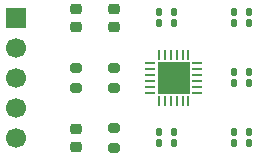
<source format=gbr>
G04 #@! TF.GenerationSoftware,KiCad,Pcbnew,9.0.2+dfsg-1*
G04 #@! TF.CreationDate,2025-06-12T17:09:33+08:00*
G04 #@! TF.ProjectId,i2c_led,6932635f-6c65-4642-9e6b-696361645f70,b*
G04 #@! TF.SameCoordinates,Original*
G04 #@! TF.FileFunction,Soldermask,Top*
G04 #@! TF.FilePolarity,Negative*
%FSLAX46Y46*%
G04 Gerber Fmt 4.6, Leading zero omitted, Abs format (unit mm)*
G04 Created by KiCad (PCBNEW 9.0.2+dfsg-1) date 2025-06-12 17:09:33*
%MOMM*%
%LPD*%
G01*
G04 APERTURE LIST*
G04 Aperture macros list*
%AMRoundRect*
0 Rectangle with rounded corners*
0 $1 Rounding radius*
0 $2 $3 $4 $5 $6 $7 $8 $9 X,Y pos of 4 corners*
0 Add a 4 corners polygon primitive as box body*
4,1,4,$2,$3,$4,$5,$6,$7,$8,$9,$2,$3,0*
0 Add four circle primitives for the rounded corners*
1,1,$1+$1,$2,$3*
1,1,$1+$1,$4,$5*
1,1,$1+$1,$6,$7*
1,1,$1+$1,$8,$9*
0 Add four rect primitives between the rounded corners*
20,1,$1+$1,$2,$3,$4,$5,0*
20,1,$1+$1,$4,$5,$6,$7,0*
20,1,$1+$1,$6,$7,$8,$9,0*
20,1,$1+$1,$8,$9,$2,$3,0*%
G04 Aperture macros list end*
%ADD10RoundRect,0.225000X0.250000X-0.225000X0.250000X0.225000X-0.250000X0.225000X-0.250000X-0.225000X0*%
%ADD11RoundRect,0.200000X0.275000X-0.200000X0.275000X0.200000X-0.275000X0.200000X-0.275000X-0.200000X0*%
%ADD12RoundRect,0.067500X-0.157500X-0.257500X0.157500X-0.257500X0.157500X0.257500X-0.157500X0.257500X0*%
%ADD13RoundRect,0.062500X0.062500X-0.350000X0.062500X0.350000X-0.062500X0.350000X-0.062500X-0.350000X0*%
%ADD14RoundRect,0.062500X0.350000X-0.062500X0.350000X0.062500X-0.350000X0.062500X-0.350000X-0.062500X0*%
%ADD15R,2.700000X2.700000*%
%ADD16RoundRect,0.225000X-0.250000X0.225000X-0.250000X-0.225000X0.250000X-0.225000X0.250000X0.225000X0*%
%ADD17R,1.700000X1.700000*%
%ADD18C,1.700000*%
G04 APERTURE END LIST*
D10*
G04 #@! TO.C,C1*
X144145000Y-92215000D03*
X144145000Y-90665000D03*
G04 #@! TD*
D11*
G04 #@! TO.C,R2*
X144145000Y-97345000D03*
X144145000Y-95695000D03*
G04 #@! TD*
D12*
G04 #@! TO.C,D4*
X147965000Y-101125000D03*
X147965000Y-102075000D03*
X149215000Y-102075000D03*
X149215000Y-101125000D03*
G04 #@! TD*
G04 #@! TO.C,D1*
X154315000Y-101125000D03*
X154315000Y-102075000D03*
X155565000Y-102075000D03*
X155565000Y-101125000D03*
G04 #@! TD*
D13*
G04 #@! TO.C,U1*
X147975000Y-98482500D03*
X148475000Y-98482500D03*
X148975000Y-98482500D03*
X149475000Y-98482500D03*
X149975000Y-98482500D03*
X150475000Y-98482500D03*
D14*
X151187500Y-97770000D03*
X151187500Y-97270000D03*
X151187500Y-96770000D03*
X151187500Y-96270000D03*
X151187500Y-95770000D03*
X151187500Y-95270000D03*
D13*
X150475000Y-94557500D03*
X149975000Y-94557500D03*
X149475000Y-94557500D03*
X148975000Y-94557500D03*
X148475000Y-94557500D03*
X147975000Y-94557500D03*
D14*
X147262500Y-95270000D03*
X147262500Y-95770000D03*
X147262500Y-96270000D03*
X147262500Y-96770000D03*
X147262500Y-97270000D03*
X147262500Y-97770000D03*
D15*
X149225000Y-96520000D03*
G04 #@! TD*
D12*
G04 #@! TO.C,D3*
X154315000Y-90965000D03*
X154315000Y-91915000D03*
X155565000Y-91915000D03*
X155565000Y-90965000D03*
G04 #@! TD*
G04 #@! TO.C,D5*
X147965000Y-90965000D03*
X147965000Y-91915000D03*
X149215000Y-91915000D03*
X149215000Y-90965000D03*
G04 #@! TD*
D11*
G04 #@! TO.C,R3*
X144145000Y-102425000D03*
X144145000Y-100775000D03*
G04 #@! TD*
D12*
G04 #@! TO.C,D2*
X154315000Y-96045000D03*
X154315000Y-96995000D03*
X155565000Y-96995000D03*
X155565000Y-96045000D03*
G04 #@! TD*
D16*
G04 #@! TO.C,C3*
X140970000Y-100825000D03*
X140970000Y-102375000D03*
G04 #@! TD*
D11*
G04 #@! TO.C,R1*
X140970000Y-97345000D03*
X140970000Y-95695000D03*
G04 #@! TD*
D17*
G04 #@! TO.C,J1*
X135890000Y-91440000D03*
D18*
X135890000Y-93980000D03*
X135890000Y-96520000D03*
X135890000Y-99060000D03*
X135890000Y-101600000D03*
G04 #@! TD*
D10*
G04 #@! TO.C,C2*
X140970000Y-92215000D03*
X140970000Y-90665000D03*
G04 #@! TD*
M02*

</source>
